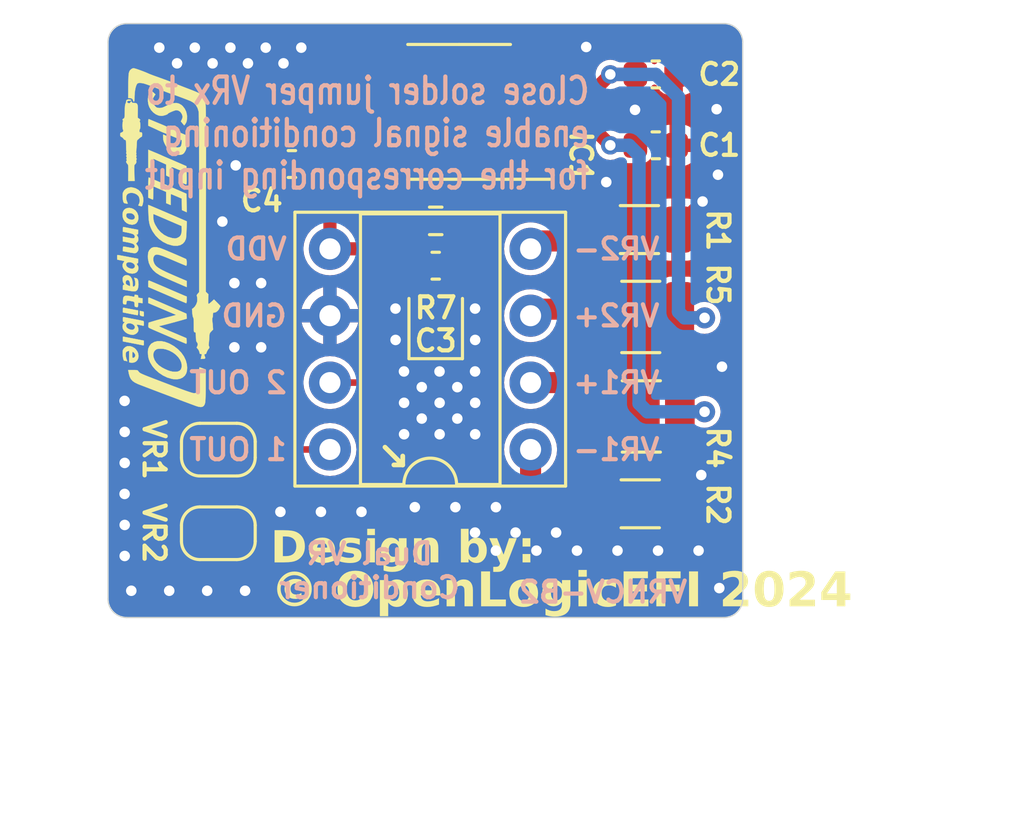
<source format=kicad_pcb>
(kicad_pcb (version 20240108) (generator "pcbnew") (generator_version "8.0")
  (layers (0 "F.Cu" mixed "Front") (31 "B.Cu" mixed "Back") (34 "B.Paste" user) (35 "F.Paste" user) (36 "B.SilkS" user "B.Silkscreen") (37 "F.SilkS" user "F.Silkscreen") (38 "B.Mask" user) (39 "F.Mask" user) (44 "Edge.Cuts" user))
  (net 0 "")
  (net 1 "VR1+")
  (net 2 "VR2+")
  (net 3 "VDD")
  (net 4 "GND")
  (net 5 "VR1OUT")
  (net 6 "VR2OUT")
  (net 7 "Net-(IC1-IN1)")
  (net 8 "Net-(IC1-IN2)")
  (net 9 "VR1-")
  (net 10 "VR2-")
  (net 11 "Net-(IC1-INadj)")
  (net 12 "Net-(IC1-OUT2)")
  (net 13 "Net-(IC1-OUT1)")
  (footprint "Misc:DIP-8_W7.62mm_Socket_VRConditioner" (layer "F.Cu") (at 169.0836 99.486 180)
    (property "Reference" "J3" (hide yes))
    (property "Value" "Speedy VR Mount")
    (pad "1" thru_hole circle (at 0 0 180) (size 1.6 1.6) (drill 0.8) (layers "*.Cu" "*.Mask") (net 9 "VR1-"))
    (pad "2" thru_hole oval (at 0 2.54 180) (size 1.6 1.6) (drill 0.8) (layers "*.Cu" "*.Mask") (net 1 "VR1+"))
    (pad "3" thru_hole oval (at 0 5.08 180) (size 1.6 1.6) (drill 0.8) (layers "*.Cu" "*.Mask") (net 2 "VR2+"))
    (pad "4" thru_hole oval (at 0 7.62 180) (size 1.6 1.6) (drill 0.8) (layers "*.Cu" "*.Mask") (net 10 "VR2-"))
    (pad "5" thru_hole oval (at 7.62 7.62 180) (size 1.6 1.6) (drill 0.8) (layers "*.Cu" "*.Mask") (net 3 "VDD"))
    (pad "6" thru_hole oval (at 7.62 5.08 180) (size 1.6 1.6) (drill 0.8) (layers "*.Cu" "*.Mask") (net 4 "GND"))
    (pad "7" thru_hole oval (at 7.62 2.54 180) (size 1.6 1.6) (drill 0.8) (layers "*.Cu" "*.Mask") (net 6 "VR2OUT"))
    (pad "8" thru_hole oval (at 7.62 0 180) (size 1.6 1.6) (drill 0.8) (layers "*.Cu" "*.Mask") (net 5 "VR1OUT"))
  )
  (footprint "Capacitor_SMD:C_0603_1608Metric" (layer "F.Cu") (at 173.8376 87.9348 180)
    (property "Reference" "C1" (at -2.413 0 0) (layer "F.SilkS") (effects (font (size 0.8 0.8) (thickness 0.16))))
    (property "Value" "22nF")
    (pad "1" smd roundrect (at -0.775 0 180) (size 0.9 0.95) (layers "F.Cu" "F.Paste" "F.Mask") (net 4 "GND"))
    (pad "2" smd roundrect (at 0.775 0 180) (size 0.9 0.95) (layers "F.Cu" "F.Paste" "F.Mask") (net 7 "Net-(IC1-IN1)"))
  )
  (footprint "Capacitor_SMD:C_0603_1608Metric" (layer "F.Cu") (at 173.8376 85.2424)
    (property "Reference" "C2" (at 2.413 0 0) (layer "F.SilkS") (effects (font (size 0.8 0.8) (thickness 0.16))))
    (property "Value" "22nF")
    (pad "1" smd roundrect (at -0.775 0) (size 0.9 0.95) (layers "F.Cu" "F.Paste" "F.Mask") (net 8 "Net-(IC1-IN2)"))
    (pad "2" smd roundrect (at 0.775 0) (size 0.9 0.95) (layers "F.Cu" "F.Paste" "F.Mask") (net 4 "GND"))
  )
  (footprint "Capacitor_SMD:C_0603_1608Metric" (layer "F.Cu") (at 165.481 92.5068 180)
    (property "Reference" "C3" (at 0 -2.8524 180) (layer "F.SilkS") (effects (font (size 0.8 0.8) (thickness 0.16))))
    (property "Value" "22nF")
    (pad "1" smd roundrect (at -0.775 0 180) (size 0.9 0.95) (layers "F.Cu" "F.Paste" "F.Mask") (net 11 "Net-(IC1-INadj)"))
    (pad "2" smd roundrect (at 0.775 0 180) (size 0.9 0.95) (layers "F.Cu" "F.Paste" "F.Mask") (net 3 "VDD"))
  )
  (footprint "Capacitor_SMD:C_0603_1608Metric" (layer "F.Cu") (at 160.02 88.646 180)
    (property "Reference" "C4" (at 1.143 -1.397 0) (layer "F.SilkS") (effects (font (size 0.8 0.8) (thickness 0.16))))
    (property "Value" "220nF")
    (pad "1" smd roundrect (at -0.775 0 180) (size 0.9 0.95) (layers "F.Cu" "F.Paste" "F.Mask") (net 3 "VDD"))
    (pad "2" smd roundrect (at 0.775 0 180) (size 0.9 0.95) (layers "F.Cu" "F.Paste" "F.Mask") (net 4 "GND"))
  )
  (footprint "Detonation:SO-8_3.9x4.9mm_P1.27mm_HandSoldering" (layer "F.Cu") (at 166.37 86.6648 180)
    (property "Reference" "IC1" (at -4.6228 -1.7272 -90) (layer "F.SilkS") (effects (font (size 0.8 0.8) (thickness 0.16))))
    (property "Value" "NCV1124")
    (pad "1" smd roundrect (at -2.794 -1.905 180) (size 2.25 0.6) (layers "F.Cu" "F.Paste" "F.Mask") (net 11 "Net-(IC1-INadj)"))
    (pad "2" smd roundrect (at -2.794 -0.635 180) (size 2.25 0.6) (layers "F.Cu" "F.Paste" "F.Mask") (net 7 "Net-(IC1-IN1)"))
    (pad "3" smd roundrect (at -2.794 0.635 180) (size 2.25 0.6) (layers "F.Cu" "F.Paste" "F.Mask") (net 8 "Net-(IC1-IN2)"))
    (pad "4" smd roundrect (at -2.794 1.905 180) (size 2.25 0.6) (layers "F.Cu" "F.Paste" "F.Mask") (net 4 "GND"))
    (pad "5" smd roundrect (at 2.794 1.905 180) (size 2.25 0.6) (layers "F.Cu" "F.Paste" "F.Mask") (net 4 "GND"))
    (pad "6" smd roundrect (at 2.794 0.635 180) (size 2.25 0.6) (layers "F.Cu" "F.Paste" "F.Mask") (net 12 "Net-(IC1-OUT2)"))
    (pad "7" smd roundrect (at 2.794 -0.635 180) (size 2.25 0.6) (layers "F.Cu" "F.Paste" "F.Mask") (net 13 "Net-(IC1-OUT1)"))
    (pad "8" smd roundrect (at 2.794 -1.905 180) (size 2.25 0.6) (layers "F.Cu" "F.Paste" "F.Mask") (net 3 "VDD"))
  )
  (footprint "Resistor_SMD:R_0603_1608Metric" (layer "F.Cu") (at 165.481 90.805)
    (property "Reference" "R7" (at 0 3.302 0) (layer "F.SilkS") (effects (font (size 0.8 0.8) (thickness 0.16))))
    (property "Value" "18k")
    (pad "1" smd roundrect (at -0.825 0) (size 0.8 0.95) (layers "F.Cu" "F.Paste" "F.Mask") (net 4 "GND"))
    (pad "2" smd roundrect (at 0.825 0) (size 0.8 0.95) (layers "F.Cu" "F.Paste" "F.Mask") (net 11 "Net-(IC1-INadj)"))
  )
  (footprint "Detonation:SpeeduinoCompatible-14mm" (layer "F.Cu") (at 155.3972 91.44 -90)
    (property "Reference" "G1" (hide yes))
    (property "Value" "Logo_Open_Hardware_Small" (hide yes))
  )
  (footprint "Resistor_SMD:R_1206_3216Metric" (layer "F.Cu") (at 173.2485 101.5492)
    (property "Reference" "R2" (at 2.9513 0.0254 -90) (layer "F.SilkS") (effects (font (size 0.8 0.8) (thickness 0.16))))
    (property "Value" "1k")
    (pad "1" smd roundrect (at -1.4625 0) (size 1.125 1.75) (layers "F.Cu" "F.Paste" "F.Mask") (roundrect_rratio 0.2222222222) (net 9 "VR1-"))
    (pad "2" smd roundrect (at 1.4625 0) (size 1.125 1.75) (layers "F.Cu" "F.Paste" "F.Mask") (roundrect_rratio 0.2222222222) (net 4 "GND"))
  )
  (footprint "Resistor_SMD:R_1210_3225Metric" (layer "F.Cu") (at 173.2895 98.2312 180)
    (property "Reference" "R4" (at -2.9103 -1.1844 -90) (layer "F.SilkS") (effects (font (size 0.8 0.8) (thickness 0.16))))
    (property "Value" "16k")
    (pad "1" smd roundrect (at -1.4625 0 180) (size 1.125 2.65) (layers "F.Cu" "F.Paste" "F.Mask") (roundrect_rratio 0.2222222222) (net 7 "Net-(IC1-IN1)"))
    (pad "2" smd roundrect (at 1.4625 0 180) (size 1.125 2.65) (layers "F.Cu" "F.Paste" "F.Mask") (roundrect_rratio 0.2222222222) (net 1 "VR1+"))
  )
  (footprint "Jumper:SolderJumper-2_P1.3mm_Open_RoundedPad1.0x1.5mm" (layer "F.Cu") (at 157.226 99.4918)
    (property "Reference" "VR1" (at -2.4384 0.0034 -90) (layer "F.SilkS") (effects (font (size 0.8 0.8) (thickness 0.16))))
    (property "Value" "SolderJumper_2_Open")
    (pad "1" smd custom (at -0.65 0) (size 1 0.5) (layers "F.Cu" "F.Mask") (net 13 "Net-(IC1-OUT1)") (options (clearance outline) (anchor rect)) (primitives (gr_circle (center 0 0.25) (end 0.5 0.25) (width 0) (fill yes)) (gr_circle (center 0 -0.25) (end 0.5 -0.25) (width 0) (fill yes)) (gr_poly (pts (xy 0.5 0.75) (xy 0 0.75) (xy 0 -0.75) (xy 0.5 -0.75)) (width 0) (fill yes))))
    (pad "2" smd custom (at 0.65 0) (size 1 0.5) (layers "F.Cu" "F.Mask") (net 5 "VR1OUT") (options (clearance outline) (anchor rect)) (primitives (gr_circle (center 0 0.25) (end 0.5 0.25) (width 0) (fill yes)) (gr_circle (center 0 -0.25) (end 0.5 -0.25) (width 0) (fill yes)) (gr_poly (pts (xy 0 0.75) (xy -0.5 0.75) (xy -0.5 -0.75) (xy 0 -0.75)) (width 0) (fill yes))))
  )
  (footprint "Jumper:SolderJumper-2_P1.3mm_Open_RoundedPad1.0x1.5mm" (layer "F.Cu") (at 157.226 102.6668 180)
    (property "Reference" "VR2" (at 2.4384 0.0034 -90) (layer "F.SilkS") (effects (font (size 0.8 0.8) (thickness 0.16))))
    (property "Value" "SolderJumper_2_Open")
    (pad "1" smd custom (at -0.65 0 180) (size 1 0.5) (layers "F.Cu" "F.Mask") (net 6 "VR2OUT") (options (clearance outline) (anchor rect)) (primitives (gr_circle (center 0 0.25) (end 0.5 0.25) (width 0) (fill yes)) (gr_circle (center 0 -0.25) (end 0.5 -0.25) (width 0) (fill yes)) (gr_poly (pts (xy 0.5 0.75) (xy 0 0.75) (xy 0 -0.75) (xy 0.5 -0.75)) (width 0) (fill yes))))
    (pad "2" smd custom (at 0.65 0 180) (size 1 0.5) (layers "F.Cu" "F.Mask") (net 12 "Net-(IC1-OUT2)") (options (clearance outline) (anchor rect)) (primitives (gr_circle (center 0 0.25) (end 0.5 0.25) (width 0) (fill yes)) (gr_circle (center 0 -0.25) (end 0.5 -0.25) (width 0) (fill yes)) (gr_poly (pts (xy 0 0.75) (xy -0.5 0.75) (xy -0.5 -0.75) (xy 0 -0.75)) (width 0) (fill yes))))
  )
  (footprint "Resistor_SMD:R_1206_3216Metric" (layer "F.Cu") (at 173.2173 91.1352)
    (property "Reference" "R1" (at 2.9825 0.0254 -90) (layer "F.SilkS") (effects (font (size 0.8 0.8) (thickness 0.16))))
    (property "Value" "1k")
    (pad "1" smd roundrect (at -1.4625 0) (size 1.125 1.75) (layers "F.Cu" "F.Paste" "F.Mask") (roundrect_rratio 0.2222222222) (net 10 "VR2-"))
    (pad "2" smd roundrect (at 1.4625 0) (size 1.125 1.75) (layers "F.Cu" "F.Paste" "F.Mask") (roundrect_rratio 0.2222222222) (net 4 "GND"))
  )
  (footprint "Resistor_SMD:R_1210_3225Metric" (layer "F.Cu") (at 173.269 94.4532 180)
    (property "Reference" "R5" (at -2.9308 1.2352 -90) (layer "F.SilkS") (effects (font (size 0.8 0.8) (thickness 0.16))))
    (property "Value" "16k")
    (pad "1" smd roundrect (at -1.4625 0 180) (size 1.125 2.65) (layers "F.Cu" "F.Paste" "F.Mask") (roundrect_rratio 0.2222222222) (net 8 "Net-(IC1-IN2)"))
    (pad "2" smd roundrect (at 1.4625 0 180) (size 1.125 2.65) (layers "F.Cu" "F.Paste" "F.Mask") (roundrect_rratio 0.2222222222) (net 2 "VR2+"))
  )
  (gr_line (start 164.465 96.0374) (end 164.465 93.7514) (stroke (width 0.12)) (layer "F.SilkS"))
  (gr_line (start 166.497 93.7514) (end 166.497 96.0374) (stroke (width 0.12)) (layer "F.SilkS"))
  (gr_line (start 166.497 96.0374) (end 164.465 96.0374) (stroke (width 0.12)) (layer "F.SilkS"))
  (gr_line (start 177.1396 84.023202) (end 177.1396 105.156002) (stroke (width 0.05)) (layer "Edge.Cuts"))
  (gr_arc (start 177.1396 105.156002) (mid 176.931294 105.658896) (end 176.4284 105.867202) (stroke (width 0.05)) (layer "Edge.Cuts"))
  (gr_line (start 153.7462 83.312) (end 176.4284 83.312) (stroke (width 0.05)) (layer "Edge.Cuts"))
  (gr_arc (start 153.7462 105.8672) (mid 153.243306 105.658894) (end 153.035 105.156) (stroke (width 0.05)) (layer "Edge.Cuts"))
  (gr_line (start 176.4284 105.867202) (end 153.7462 105.8672) (stroke (width 0.05)) (layer "Edge.Cuts"))
  (gr_arc (start 153.035 84.0232) (mid 153.243306 83.520306) (end 153.7462 83.312) (stroke (width 0.05)) (layer "Edge.Cuts"))
  (gr_line (start 153.035 105.156) (end 153.035 84.0232) (stroke (width 0.05)) (layer "Edge.Cuts"))
  (gr_arc (start 176.4284 83.312) (mid 176.931294 83.520307) (end 177.1396 84.023202) (stroke (width 0.05)) (layer "Edge.Cuts"))
  (gr_text "VR2-" (at 172.339 91.8718 0) (layer "B.SilkS") (effects (font (size 0.8 0.8) (thickness 0.16)) (justify mirror)))
  (gr_text "1 OUT" (at 157.975 99.4918 0) (layer "B.SilkS") (effects (font (size 0.8 0.8) (thickness 0.16)) (justify mirror)))
  (gr_text "GND" (at 158.584524 94.4118 0) (layer "B.SilkS") (effects (font (size 0.8 0.8) (thickness 0.16)) (justify mirror)))
  (gr_text "2 OUT" (at 157.975 96.9518 0) (layer "B.SilkS") (effects (font (size 0.8 0.8) (thickness 0.16)) (justify mirror)))
  (gr_text "VDD" (at 158.660715 91.8718 0) (layer "B.SilkS") (effects (font (size 0.8 0.8) (thickness 0.16)) (justify mirror)))
  (gr_text "VR1+" (at 172.339 96.9518 0) (layer "B.SilkS") (effects (font (size 0.8 0.8) (thickness 0.16)) (justify mirror)))
  (gr_text "VR2+" (at 172.339 94.4118 0) (layer "B.SilkS") (effects (font (size 0.8 0.8) (thickness 0.16)) (justify mirror)))
  (gr_text "Close solder jumper VRx to\nenable signal conditioning\nfor the corresponding input" (at 171.3992 87.4776 0) (layer "B.SilkS") (effects (font (size 1 0.8) (thickness 0.16)) (justify left mirror)))
  (gr_text "Dual VR\nConditioner" (at 162.9664 104.0892 0) (layer "B.SilkS") (effects (font (size 0.8 0.8) (thickness 0.16)) (justify mirror)))
  (gr_text "VR1-" (at 172.339 99.4918 0) (layer "B.SilkS") (effects (font (size 0.8 0.8) (thickness 0.16)) (justify mirror)))
  (gr_text "VRNCV-B2" (at 171.831 104.902 0) (layer "B.SilkS") (effects (font (size 0.8 0.8) (thickness 0.16)) (justify mirror)))
  (gr_text "© OpenLogicEFI 2024" (at 159.2072 104.902 0) (layer "F.SilkS") (effects (font (size 1.3 1.3) (thickness 0.16)) (justify left)))
  (gr_text "Design by:" (at 159.2072 103.2764 0) (layer "F.SilkS") (effects (font (size 1.2 1.2) (thickness 0.16)) (justify left)))
  (gr_text "→" (at 163.957 99.6696 315) (layer "F.SilkS") (effects (font (size 1.25 1.25) (thickness 0.18))))
  (segment (start 169.0836 96.946) (end 171.2664 96.946) (width 0.8) (layer "F.Cu") (net 1))
  (segment (start 171.2664 96.946) (end 171.827 97.5066) (width 0.8) (layer "F.Cu") (net 1))
  (segment (start 169.3318 94.1578) (end 171.4895 94.1578) (width 0.8) (layer "F.Cu") (net 2))
  (segment (start 163.621 92.501) (end 164.7002 92.501) (width 0.5) (layer "F.Cu") (net 3))
  (segment (start 161.4636 91.866) (end 161.4636 90.5976) (width 0.5) (layer "F.Cu") (net 3))
  (segment (start 163.5506 88.5952) (end 163.576 88.5698) (width 0.5) (layer "F.Cu") (net 3))
  (segment (start 160.8458 88.5952) (end 163.5506 88.5952) (width 0.5) (layer "F.Cu") (net 3))
  (segment (start 162.986 91.866) (end 163.621 92.501) (width 0.5) (layer "F.Cu") (net 3))
  (segment (start 161.4636 91.866) (end 162.986 91.866) (width 0.5) (layer "F.Cu") (net 3))
  (segment (start 160.795 89.929) (end 160.795 88.646) (width 0.5) (layer "F.Cu") (net 3))
  (segment (start 161.4636 90.5976) (end 160.795 89.929) (width 0.5) (layer "F.Cu") (net 3))
  (segment (start 174.6798 91.0042) (end 175.6156 90.0684) (width 0.5) (layer "F.Cu") (net 4))
  (segment (start 174.711 101.3108) (end 175.5648 100.457) (width 0.5) (layer "F.Cu") (net 4))
  (via (at 158.242 104.8512) (size 0.7) (drill 0.4) (layers "F.Cu" "B.Cu") (net 4))
  (via (at 163.957 95.3262) (size 0.7) (drill 0.4) (layers "F.Cu" "B.Cu") (net 4))
  (via (at 158.8516 95.6056) (size 0.7) (drill 0.4) (layers "F.Cu" "B.Cu") (net 4))
  (via (at 158.3506 84.821694) (size 0.7) (drill 0.4) (layers "F.Cu" "B.Cu") (net 4))
  (via (at 176.3522 96.3422) (size 0.8) (drill 0.4) (layers "F.Cu" "B.Cu") (net 4))
  (via (at 172.38472 103.3272) (size 0.7) (drill 0.4) (layers "F.Cu" "B.Cu") (net 4))
  (via (at 164.9508 97.118506) (size 0.7) (drill 0.4) (layers "F.Cu" "B.Cu") (net 4))
  (via (at 165.6258 96.523212) (size 0.7) (drill 0.4) (layers "F.Cu" "B.Cu") (net 4))
  (via (at 169.30624 103.3272) (size 0.7) (drill 0.4) (layers "F.Cu" "B.Cu") (net 4))
  (via (at 173.92396 103.3272) (size 0.7) (drill 0.4) (layers "F.Cu" "B.Cu") (net 4))
  (via (at 166.9796 98.9076) (size 0.7) (drill 0.4) (layers "F.Cu" "B.Cu") (net 4))
  (via (at 153.67 103.5304) (size 0.7) (drill 0.4) (layers "F.Cu" "B.Cu") (net 4))
  (via (at 176.149 86.5632) (size 0.7) (drill 0.4) (layers "F.Cu" "B.Cu") (net 4))
  (via (at 157.8356 93.1672) (size 0.7) (drill 0.4) (layers "F.Cu" "B.Cu") (net 4))
  (via (at 153.9202 104.8512) (size 0.7) (drill 0.4) (layers "F.Cu" "B.Cu") (net 4))
  (via (at 153.6662 101.174563) (size 0.7) (drill 0.4) (layers "F.Cu" "B.Cu") (net 4))
  (via (at 157.6832 84.2264) (size 0.7) (drill 0.4) (layers "F.Cu" "B.Cu") (net 4))
  (via (at 175.4632 103.3272) (size 0.7) (drill 0.4) (layers "F.Cu" "B.Cu") (net 4))
  (via (at 155.3608 104.8512) (size 0.7) (drill 0.4) (layers "F.Cu" "B.Cu") (net 4))
  (via (at 155.6582 84.821694) (size 0.7) (drill 0.4) (layers "F.Cu" "B.Cu") (net 4))
  (via (at 154.9832 84.2264) (size 0.7) (drill 0.4) (layers "F.Cu" "B.Cu") (net 4))
  (via (at 168.51376 102.6414) (size 0.7) (drill 0.4) (layers "F.Cu" "B.Cu") (net 4))
  (via (at 159.7006 84.821694) (size 0.7) (drill 0.4) (layers "F.Cu" "B.Cu") (net 4))
  (via (at 173.0502 86.5886) (size 0.7) (drill 0.4) (layers "F.Cu" "B.Cu") (net 4))
  (via (at 164.2758 96.523212) (size 0.7) (drill 0.4) (layers "F.Cu" "B.Cu") (net 4))
  (via (at 170.053 102.6414) (size 0.7) (drill 0.4) (layers "F.Cu" "B.Cu") (net 4))
  (via (at 156.3332 84.2264) (size 0.7) (drill 0.4) (layers "F.Cu" "B.Cu") (net 4))
  (via (at 156.8014 104.8512) (size 0.7) (drill 0.4) (layers "F.Cu" "B.Cu") (net 4))
  (via (at 165.6296 97.7138) (size 0.7) (drill 0.4) (layers "F.Cu" "B.Cu") (net 4))
  (via (at 163.9532 94.135612) (size 0.7) (drill 0.4) (layers "F.Cu" "B.Cu") (net 4))
  (via (at 153.67 99.996646) (size 0.7) (drill 0.4) (layers "F.Cu" "B.Cu") (net 4))
  (via (at 160.3756 84.2264) (size 0.7) (drill 0.4) (layers "F.Cu" "B.Cu") (net 4))
  (via (at 176.1998 89.0524) (size 0.7) (drill 0.4) (layers "F.Cu" "B.Cu") (net 4))
  (via (at 161.12236 101.854) (size 0.7) (drill 0.4) (layers "F.Cu" "B.Cu") (net 4))
  (via (at 175.5648 100.457) (size 0.7) (drill 0.4) (layers "F.Cu" "B.Cu") (net 4))
  (via (at 166.97452 102.6414) (size 0.7) (drill 0.4) (layers "F.Cu" "B.Cu") (net 4))
  (via (at 157.8356 95.6056) (size 0.7) (drill 0.4) (layers "F.Cu" "B.Cu") (net 4))
  (via (at 170.84548 103.3272) (size 0.7) (drill 0.4) (layers "F.Cu" "B.Cu") (net 4))
  (via (at 165.6296 98.9076) (size 0.7) (drill 0.4) (layers "F.Cu" "B.Cu") (net 4))
  (via (at 166.3008 97.118506) (size 0.7) (drill 0.4) (layers "F.Cu" "B.Cu") (net 4))
  (via (at 166.9796 97.7138) (size 0.7) (drill 0.4) (layers "F.Cu" "B.Cu") (net 4))
  (via (at 171.196 84.201) (size 0.7) (drill 0.4) (layers "F.Cu" "B.Cu") (net 4))
  (via (at 176.2506 104.7496) (size 0.7) (drill 0.4) (layers "F.Cu" "B.Cu") (net 4))
  (via (at 167.767 103.3272) (size 0.7) (drill 0.4) (layers "F.Cu" "B.Cu") (net 4))
  (via (at 164.2796 98.9076) (size 0.7) (drill 0.4) (layers "F.Cu" "B.Cu") (net 4))
  (via (at 158.8516 93.1672) (size 0.7) (drill 0.4) (layers "F.Cu" "B.Cu") (net 4))
  (via (at 159.0256 84.2264) (size 0.7) (drill 0.4) (layers "F.Cu" "B.Cu") (net 4))
  (via (at 157.0082 84.821694) (size 0.7) (drill 0.4) (layers "F.Cu" "B.Cu") (net 4))
  (via (at 164.68852 101.6762) (size 0.7) (drill 0.4) (layers "F.Cu" "B.Cu") (net 4))
  (via (at 162.6616 101.854) (size 0.7) (drill 0.4) (layers "F.Cu" "B.Cu") (net 4))
  (via (at 171.958 89.3318) (size 0.7) (drill 0.4) (layers "F.Cu" "B.Cu") (net 4))
  (via (at 167.767 101.6762) (size 0.7) (drill 0.4) (layers "F.Cu" "B.Cu") (net 4))
  (via (at 153.6662 97.640812) (size 0.7) (drill 0.4) (layers "F.Cu" "B.Cu") (net 4))
  (via (at 166.9758 96.523212) (size 0.7) (drill 0.4) (layers "F.Cu" "B.Cu") (net 4))
  (via (at 164.9508 98.312306) (size 0.7) (drill 0.4) (layers "F.Cu" "B.Cu") (net 4))
  (via (at 175.6156 90.0684) (size 0.7) (drill 0.4) (layers "F.Cu" "B.Cu") (net 4))
  (via (at 153.67 102.35248) (size 0.7) (drill 0.4) (layers "F.Cu" "B.Cu") (net 4))
  (via (at 166.22776 101.6762) (size 0.7) (drill 0.4) (layers "F.Cu" "B.Cu") (net 4))
  (via (at 166.9796 95.3262) (size 0.7) (drill 0.4) (layers "F.Cu" "B.Cu") (net 4))
  (via (at 153.67 98.818729) (size 0.7) (drill 0.4) (layers "F.Cu" "B.Cu") (net 4))
  (via (at 166.3008 98.312306) (size 0.7) (drill 0.4) (layers "F.Cu" "B.Cu") (net 4))
  (via (at 166.9758 94.135612) (size 0.7) (drill 0.4) (layers "F.Cu" "B.Cu") (net 4))
  (via (at 164.2796 97.7138) (size 0.7) (drill 0.4) (layers "F.Cu" "B.Cu") (net 4))
  (via (at 157.3784 90.8304) (size 0.8) (drill 0.4) (layers "F.Cu" "B.Cu") (net 4))
  (via (at 157.8864 88.6968) (size 0.8) (drill 0.4) (layers "F.Cu" "B.Cu") (net 4))
  (via (at 159.58312 101.854) (size 0.7) (drill 0.4) (layers "F.Cu" "B.Cu") (net 4))
  (segment (start 157.8818 99.486) (end 161.4636 99.486) (width 0.25) (layer "F.Cu") (net 5))
  (segment (start 163.449 102.4128) (end 163.195 102.6668) (width 0.25) (layer "F.Cu") (net 6))
  (segment (start 163.449 97.2058) (end 163.449 102.4128) (width 0.25) (layer "F.Cu") (net 6))
  (segment (start 161.4636 96.946) (end 163.1892 96.946) (width 0.25) (layer "F.Cu") (net 6))
  (segment (start 163.1892 96.946) (end 163.449 97.2058) (width 0.25) (layer "F.Cu") (net 6))
  (segment (start 163.195 102.6668) (end 157.876 102.6668) (width 0.25) (layer "F.Cu") (net 6))
  (segment (start 172.1104 87.9348) (end 171.4754 87.2998) (width 0.508) (layer "F.Cu") (net 7))
  (segment (start 171.4754 87.2998) (end 169.164 87.2998) (width 0.508) (layer "F.Cu") (net 7))
  (segment (start 175.656067 98.054333) (end 174.752 98.054333) (width 0.25) (layer "F.Cu") (net 7))
  (segment (start 172.1104 87.9348) (end 173.0626 87.9348) (width 0.508) (layer "F.Cu") (net 7))
  (via (at 175.6918 98.054333) (size 0.8) (drill 0.4) (layers "F.Cu" "B.Cu") (net 7))
  (via (at 172.1104 87.9348) (size 0.7) (drill 0.4) (layers "F.Cu" "B.Cu") (net 7))
  (segment (start 172.1104 87.9348) (end 172.8216 87.9348) (width 0.508) (layer "B.Cu") (net 7))
  (segment (start 173.2026 97.7392) (end 173.517733 98.054333) (width 0.508) (layer "B.Cu") (net 7))
  (segment (start 173.2026 88.3158) (end 173.2026 97.7392) (width 0.508) (layer "B.Cu") (net 7))
  (segment (start 172.8216 87.9348) (end 173.2026 88.3158) (width 0.508) (layer "B.Cu") (net 7))
  (segment (start 173.517733 98.054333) (end 175.656067 98.054333) (width 0.508) (layer "B.Cu") (net 7))
  (segment (start 172.1104 85.2424) (end 173.0626 85.2424) (width 0.508) (layer "F.Cu") (net 8))
  (segment (start 172.1104 85.2424) (end 171.323 86.0298) (width 0.508) (layer "F.Cu") (net 8))
  (segment (start 171.323 86.0298) (end 169.164 86.0298) (width 0.508) (layer "F.Cu") (net 8))
  (segment (start 174.7315 94.488) (end 175.6918 94.488) (width 0.508) (layer "F.Cu") (net 8))
  (via (at 175.6918 94.488) (size 0.8) (drill 0.4) (layers "F.Cu" "B.Cu") (net 8))
  (via (at 172.1104 85.2424) (size 0.7) (drill 0.4) (layers "F.Cu" "B.Cu") (net 8))
  (segment (start 174.9298 94.488) (end 174.7012 94.2594) (width 0.508) (layer "B.Cu") (net 8))
  (segment (start 174.7012 94.2594) (end 174.7012 86.106) (width 0.508) (layer "B.Cu") (net 8))
  (segment (start 173.8376 85.2424) (end 172.1104 85.2424) (width 0.508) (layer "B.Cu") (net 8))
  (segment (start 175.6918 94.488) (end 174.9298 94.488) (width 0.508) (layer "B.Cu") (net 8))
  (segment (start 174.7012 86.106) (end 173.8376 85.2424) (width 0.508) (layer "B.Cu") (net 8))
  (segment (start 169.5196 101.5492) (end 171.786 101.5492) (width 0.8) (layer "F.Cu") (net 9))
  (segment (start 169.0836 101.1132) (end 169.5196 101.5492) (width 0.8) (layer "F.Cu") (net 9))
  (segment (start 169.0836 99.486) (end 169.0836 101.1132) (width 0.8) (layer "F.Cu") (net 9))
  (segment (start 169.3826 91.567) (end 169.0836 91.866) (width 0.8) (layer "F.Cu") (net 10))
  (segment (start 171.7655 91.381667) (end 171.580167 91.567) (width 0.8) (layer "F.Cu") (net 10))
  (segment (start 171.580167 91.567) (end 169.3826 91.567) (width 0.8) (layer "F.Cu") (net 10))
  (segment (start 166.306 90.805) (end 166.306 88.8116) (width 0.4) (layer "F.Cu") (net 11))
  (segment (start 166.5478 88.5698) (end 169.164 88.5698) (width 0.4) (layer "F.Cu") (net 11))
  (segment (start 166.306 88.8116) (end 166.5478 88.5698) (width 0.4) (layer "F.Cu") (net 11))
  (segment (start 166.306 90.805) (end 166.306 92.4568) (width 0.4) (layer "F.Cu") (net 11))
  (segment (start 154.559 102.4128) (end 154.559 86.3346) (width 0.25) (layer "F.Cu") (net 12))
  (segment (start 154.559 86.3346) (end 154.8892 86.0044) (width 0.25) (layer "F.Cu") (net 12))
  (segment (start 163.5506 86.0044) (end 163.576 86.0298) (width 0.25) (layer "F.Cu") (net 12))
  (segment (start 154.8892 86.0044) (end 163.5506 86.0044) (width 0.25) (layer "F.Cu") (net 12))
  (segment (start 156.576 102.6668) (end 154.813 102.6668) (width 0.25) (layer "F.Cu") (net 12))
  (segment (start 154.813 102.6668) (end 154.559 102.4128) (width 0.25) (layer "F.Cu") (net 12))
  (segment (start 163.5506 87.2744) (end 156.4386 87.2744) (width 0.25) (layer "F.Cu") (net 13))
  (segment (start 155.956 87.757) (end 155.956 96.901) (width 0.25) (layer "F.Cu") (net 13))
  (segment (start 163.576 87.2998) (end 163.5506 87.2744) (width 0.25) (layer "F.Cu") (net 13))
  (segment (start 155.956 96.901) (end 156.576 97.521) (width 0.25) (layer "F.Cu") (net 13))
  (segment (start 156.4386 87.2744) (end 155.956 87.757) (width 0.25) (layer "F.Cu") (net 13))
  (segment (start 156.576 97.521) (end 156.576 99.4918) (width 0.25) (layer "F.Cu") (net 13))
  (zone (net 4) (net_name "GND") (layer "F.Cu") (connect_pads (clearance 0.2032)) (min_thickness 0.254) (fill yes (thermal_gap 0.3048) (thermal_bridge_width 0.508))
    (polygon (pts (xy 152.527 82.804) (xy 177.7746 82.804) (xy 177.7746 106.3498) (xy 152.527 106.299)))
  )
  (zone (net 4) (net_name "GND") (layer "B.Cu") (connect_pads (clearance 0.2032)) (min_thickness 0.254) (fill yes (thermal_gap 0.3048) (thermal_bridge_width 0.508))
    (polygon (pts (xy 152.527 82.7786) (xy 177.7746 82.7786) (xy 177.7746 106.3498) (xy 152.527 106.299)))
  )
)
</source>
